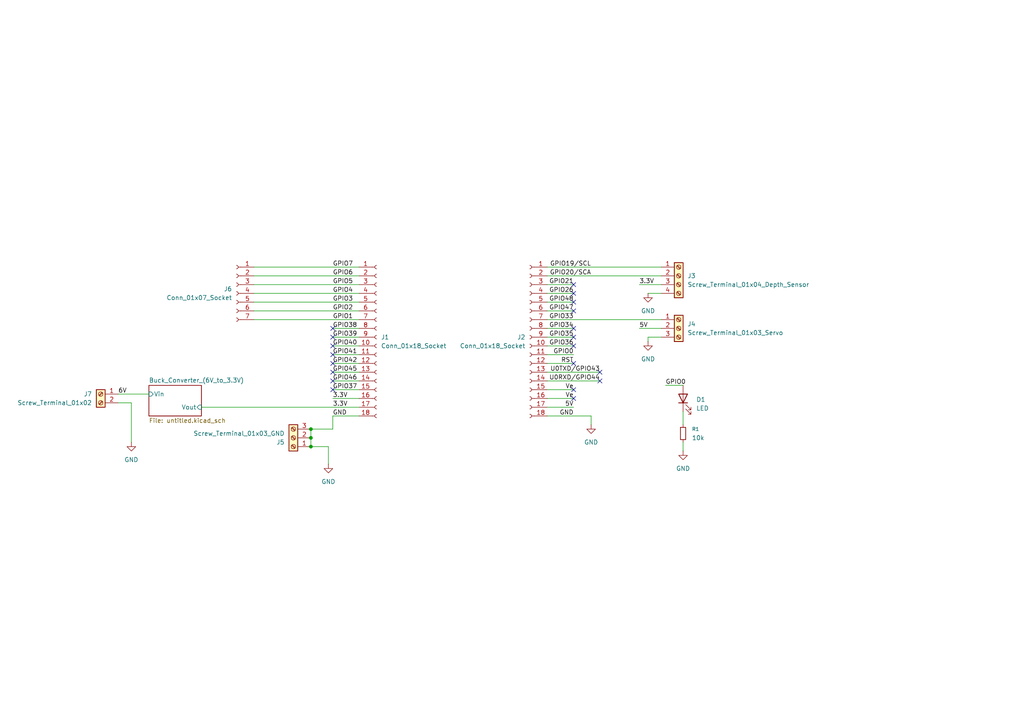
<source format=kicad_sch>
(kicad_sch (version 20250114) (generator "eeschema") (generator_version "9.0")
  (paper "A4")
  (title_block (title "Float_carrier_2025-2026") (date "2025-11-15") (rev "v01") (company "Murex") (comment 4 "Author: Kevin Chen"))
  (lib_symbols
    (symbol "Connector:Conn_01x07_Socket" (pin_names (offset 1.016) (hide yes))
      (property "Reference" "J" (at 0 10.16 0))
      (property "Value" "Conn_01x07_Socket" (at 0 -10.16 0))
      (symbol "Conn_01x07_Socket_1_1"
        (polyline (pts (xy -1.27 7.62) (xy -0.508 7.62)) (stroke (width 0.1524)))
        (polyline (pts (xy -1.27 5.08) (xy -0.508 5.08)) (stroke (width 0.1524)))
        (polyline (pts (xy -1.27 2.54) (xy -0.508 2.54)) (stroke (width 0.1524)))
        (polyline (pts (xy -1.27 0) (xy -0.508 0)) (stroke (width 0.1524)))
        (polyline (pts (xy -1.27 -2.54) (xy -0.508 -2.54)) (stroke (width 0.1524)))
        (polyline (pts (xy -1.27 -5.08) (xy -0.508 -5.08)) (stroke (width 0.1524)))
        (polyline (pts (xy -1.27 -7.62) (xy -0.508 -7.62)) (stroke (width 0.1524)))
        (arc (start 0 7.112) (mid -0.5058 7.62) (end 0 8.128) (stroke (width 0.1524)))
        (arc (start 0 4.572) (mid -0.5058 5.08) (end 0 5.588) (stroke (width 0.1524)))
        (arc (start 0 2.032) (mid -0.5058 2.54) (end 0 3.048) (stroke (width 0.1524)))
        (arc (start 0 -0.508) (mid -0.5058 0) (end 0 0.508) (stroke (width 0.1524)))
        (arc (start 0 -3.048) (mid -0.5058 -2.54) (end 0 -2.032) (stroke (width 0.1524)))
        (arc (start 0 -5.588) (mid -0.5058 -5.08) (end 0 -4.572) (stroke (width 0.1524)))
        (arc (start 0 -8.128) (mid -0.5058 -7.62) (end 0 -7.112) (stroke (width 0.1524)))
        (pin passive line (at -5.08 7.62 0) (length 3.81) (name "Pin_1") (number "1"))
        (pin passive line (at -5.08 5.08 0) (length 3.81) (name "Pin_2") (number "2"))
        (pin passive line (at -5.08 2.54 0) (length 3.81) (name "Pin_3") (number "3"))
        (pin passive line (at -5.08 0 0) (length 3.81) (name "Pin_4") (number "4"))
        (pin passive line (at -5.08 -2.54 0) (length 3.81) (name "Pin_5") (number "5"))
        (pin passive line (at -5.08 -5.08 0) (length 3.81) (name "Pin_6") (number "6"))
        (pin passive line (at -5.08 -7.62 0) (length 3.81) (name "Pin_7") (number "7"))
      )
    )
    (symbol "Connector:Conn_01x18_Socket" (pin_names (offset 1.016) (hide yes))
      (property "Reference" "J" (at 0 22.86 0))
      (property "Value" "Conn_01x18_Socket" (at 0 -25.4 0))
      (symbol "Conn_01x18_Socket_1_1"
        (polyline (pts (xy -1.27 20.32) (xy -0.508 20.32)) (stroke (width 0.1524)))
        (polyline (pts (xy -1.27 17.78) (xy -0.508 17.78)) (stroke (width 0.1524)))
        (polyline (pts (xy -1.27 15.24) (xy -0.508 15.24)) (stroke (width 0.1524)))
        (polyline (pts (xy -1.27 12.7) (xy -0.508 12.7)) (stroke (width 0.1524)))
        (polyline (pts (xy -1.27 10.16) (xy -0.508 10.16)) (stroke (width 0.1524)))
        (polyline (pts (xy -1.27 7.62) (xy -0.508 7.62)) (stroke (width 0.1524)))
        (polyline (pts (xy -1.27 5.08) (xy -0.508 5.08)) (stroke (width 0.1524)))
        (polyline (pts (xy -1.27 2.54) (xy -0.508 2.54)) (stroke (width 0.1524)))
        (polyline (pts (xy -1.27 0) (xy -0.508 0)) (stroke (width 0.1524)))
        (polyline (pts (xy -1.27 -2.54) (xy -0.508 -2.54)) (stroke (width 0.1524)))
        (polyline (pts (xy -1.27 -5.08) (xy -0.508 -5.08)) (stroke (width 0.1524)))
        (polyline (pts (xy -1.27 -7.62) (xy -0.508 -7.62)) (stroke (width 0.1524)))
        (polyline (pts (xy -1.27 -10.16) (xy -0.508 -10.16)) (stroke (width 0.1524)))
        (polyline (pts (xy -1.27 -12.7) (xy -0.508 -12.7)) (stroke (width 0.1524)))
        (polyline (pts (xy -1.27 -15.24) (xy -0.508 -15.24)) (stroke (width 0.1524)))
        (polyline (pts (xy -1.27 -17.78) (xy -0.508 -17.78)) (stroke (width 0.1524)))
        (polyline (pts (xy -1.27 -20.32) (xy -0.508 -20.32)) (stroke (width 0.1524)))
        (polyline (pts (xy -1.27 -22.86) (xy -0.508 -22.86)) (stroke (width 0.1524)))
        (arc (start 0 19.812) (mid -0.5058 20.32) (end 0 20.828) (stroke (width 0.1524)))
        (arc (start 0 17.272) (mid -0.5058 17.78) (end 0 18.288) (stroke (width 0.1524)))
        (arc (start 0 14.732) (mid -0.5058 15.24) (end 0 15.748) (stroke (width 0.1524)))
        (arc (start 0 12.192) (mid -0.5058 12.7) (end 0 13.208) (stroke (width 0.1524)))
        (arc (start 0 9.652) (mid -0.5058 10.16) (end 0 10.668) (stroke (width 0.1524)))
        (arc (start 0 7.112) (mid -0.5058 7.62) (end 0 8.128) (stroke (width 0.1524)))
        (arc (start 0 4.572) (mid -0.5058 5.08) (end 0 5.588) (stroke (width 0.1524)))
        (arc (start 0 2.032) (mid -0.5058 2.54) (end 0 3.048) (stroke (width 0.1524)))
        (arc (start 0 -0.508) (mid -0.5058 0) (end 0 0.508) (stroke (width 0.1524)))
        (arc (start 0 -3.048) (mid -0.5058 -2.54) (end 0 -2.032) (stroke (width 0.1524)))
        (arc (start 0 -5.588) (mid -0.5058 -5.08) (end 0 -4.572) (stroke (width 0.1524)))
        (arc (start 0 -8.128) (mid -0.5058 -7.62) (end 0 -7.112) (stroke (width 0.1524)))
        (arc (start 0 -10.668) (mid -0.5058 -10.16) (end 0 -9.652) (stroke (width 0.1524)))
        (arc (start 0 -13.208) (mid -0.5058 -12.7) (end 0 -12.192) (stroke (width 0.1524)))
        (arc (start 0 -15.748) (mid -0.5058 -15.24) (end 0 -14.732) (stroke (width 0.1524)))
        (arc (start 0 -18.288) (mid -0.5058 -17.78) (end 0 -17.272) (stroke (width 0.1524)))
        (arc (start 0 -20.828) (mid -0.5058 -20.32) (end 0 -19.812) (stroke (width 0.1524)))
        (arc (start 0 -23.368) (mid -0.5058 -22.86) (end 0 -22.352) (stroke (width 0.1524)))
        (pin passive line (at -5.08 20.32 0) (length 3.81) (name "Pin_1") (number "1"))
        (pin passive line (at -5.08 17.78 0) (length 3.81) (name "Pin_2") (number "2"))
        (pin passive line (at -5.08 15.24 0) (length 3.81) (name "Pin_3") (number "3"))
        (pin passive line (at -5.08 12.7 0) (length 3.81) (name "Pin_4") (number "4"))
        (pin passive line (at -5.08 10.16 0) (length 3.81) (name "Pin_5") (number "5"))
        (pin passive line (at -5.08 7.62 0) (length 3.81) (name "Pin_6") (number "6"))
        (pin passive line (at -5.08 5.08 0) (length 3.81) (name "Pin_7") (number "7"))
        (pin passive line (at -5.08 2.54 0) (length 3.81) (name "Pin_8") (number "8"))
        (pin passive line (at -5.08 0 0) (length 3.81) (name "Pin_9") (number "9"))
        (pin passive line (at -5.08 -2.54 0) (length 3.81) (name "Pin_10") (number "10"))
        (pin passive line (at -5.08 -5.08 0) (length 3.81) (name "Pin_11") (number "11"))
        (pin passive line (at -5.08 -7.62 0) (length 3.81) (name "Pin_12") (number "12"))
        (pin passive line (at -5.08 -10.16 0) (length 3.81) (name "Pin_13") (number "13"))
        (pin passive line (at -5.08 -12.7 0) (length 3.81) (name "Pin_14") (number "14"))
        (pin passive line (at -5.08 -15.24 0) (length 3.81) (name "Pin_15") (number "15"))
        (pin passive line (at -5.08 -17.78 0) (length 3.81) (name "Pin_16") (number "16"))
        (pin passive line (at -5.08 -20.32 0) (length 3.81) (name "Pin_17") (number "17"))
        (pin passive line (at -5.08 -22.86 0) (length 3.81) (name "Pin_18") (number "18"))
      )
    )
    (symbol "Connector:Screw_Terminal_01x02" (pin_names (offset 1.016) (hide yes))
      (property "Reference" "J" (at 0 2.54 0))
      (property "Value" "Screw_Terminal_01x02" (at 0 -5.08 0))
      (symbol "Screw_Terminal_01x02_1_1"
        (rectangle (start -1.27 1.27) (end 1.27 -3.81) (stroke (width 0.254)) (fill (type background)))
        (polyline (pts (xy -0.5334 0.3302) (xy 0.3302 -0.508)) (stroke (width 0.1524)))
        (polyline (pts (xy -0.5334 -2.2098) (xy 0.3302 -3.048)) (stroke (width 0.1524)))
        (polyline (pts (xy -0.3556 0.508) (xy 0.508 -0.3302)) (stroke (width 0.1524)))
        (polyline (pts (xy -0.3556 -2.032) (xy 0.508 -2.8702)) (stroke (width 0.1524)))
        (circle (center 0 0) (radius 0.635) (stroke (width 0.1524)))
        (circle (center 0 -2.54) (radius 0.635) (stroke (width 0.1524)))
        (pin passive line (at -5.08 0 0) (length 3.81) (name "Pin_1") (number "1"))
        (pin passive line (at -5.08 -2.54 0) (length 3.81) (name "Pin_2") (number "2"))
      )
    )
    (symbol "Connector:Screw_Terminal_01x03" (pin_names (offset 1.016) (hide yes))
      (property "Reference" "J" (at 0 5.08 0))
      (property "Value" "Screw_Terminal_01x03" (at 0 -5.08 0))
      (symbol "Screw_Terminal_01x03_1_1"
        (rectangle (start -1.27 3.81) (end 1.27 -3.81) (stroke (width 0.254)) (fill (type background)))
        (polyline (pts (xy -0.5334 2.8702) (xy 0.3302 2.032)) (stroke (width 0.1524)))
        (polyline (pts (xy -0.5334 0.3302) (xy 0.3302 -0.508)) (stroke (width 0.1524)))
        (polyline (pts (xy -0.5334 -2.2098) (xy 0.3302 -3.048)) (stroke (width 0.1524)))
        (polyline (pts (xy -0.3556 3.048) (xy 0.508 2.2098)) (stroke (width 0.1524)))
        (polyline (pts (xy -0.3556 0.508) (xy 0.508 -0.3302)) (stroke (width 0.1524)))
        (polyline (pts (xy -0.3556 -2.032) (xy 0.508 -2.8702)) (stroke (width 0.1524)))
        (circle (center 0 2.54) (radius 0.635) (stroke (width 0.1524)))
        (circle (center 0 0) (radius 0.635) (stroke (width 0.1524)))
        (circle (center 0 -2.54) (radius 0.635) (stroke (width 0.1524)))
        (pin passive line (at -5.08 2.54 0) (length 3.81) (name "Pin_1") (number "1"))
        (pin passive line (at -5.08 0 0) (length 3.81) (name "Pin_2") (number "2"))
        (pin passive line (at -5.08 -2.54 0) (length 3.81) (name "Pin_3") (number "3"))
      )
    )
    (symbol "Connector:Screw_Terminal_01x04" (pin_names (offset 1.016) (hide yes))
      (property "Reference" "J" (at 0 5.08 0))
      (property "Value" "Screw_Terminal_01x04" (at 0 -7.62 0))
      (symbol "Screw_Terminal_01x04_1_1"
        (rectangle (start -1.27 3.81) (end 1.27 -6.35) (stroke (width 0.254)) (fill (type background)))
        (polyline (pts (xy -0.5334 2.8702) (xy 0.3302 2.032)) (stroke (width 0.1524)))
        (polyline (pts (xy -0.5334 0.3302) (xy 0.3302 -0.508)) (stroke (width 0.1524)))
        (polyline (pts (xy -0.5334 -2.2098) (xy 0.3302 -3.048)) (stroke (width 0.1524)))
        (polyline (pts (xy -0.5334 -4.7498) (xy 0.3302 -5.588)) (stroke (width 0.1524)))
        (polyline (pts (xy -0.3556 3.048) (xy 0.508 2.2098)) (stroke (width 0.1524)))
        (polyline (pts (xy -0.3556 0.508) (xy 0.508 -0.3302)) (stroke (width 0.1524)))
        (polyline (pts (xy -0.3556 -2.032) (xy 0.508 -2.8702)) (stroke (width 0.1524)))
        (polyline (pts (xy -0.3556 -4.572) (xy 0.508 -5.4102)) (stroke (width 0.1524)))
        (circle (center 0 2.54) (radius 0.635) (stroke (width 0.1524)))
        (circle (center 0 0) (radius 0.635) (stroke (width 0.1524)))
        (circle (center 0 -2.54) (radius 0.635) (stroke (width 0.1524)))
        (circle (center 0 -5.08) (radius 0.635) (stroke (width 0.1524)))
        (pin passive line (at -5.08 2.54 0) (length 3.81) (name "Pin_1") (number "1"))
        (pin passive line (at -5.08 0 0) (length 3.81) (name "Pin_2") (number "2"))
        (pin passive line (at -5.08 -2.54 0) (length 3.81) (name "Pin_3") (number "3"))
        (pin passive line (at -5.08 -5.08 0) (length 3.81) (name "Pin_4") (number "4"))
      )
    )
    (symbol "Device:LED" (pin_numbers (hide yes)) (pin_names (offset 1.016) (hide yes))
      (property "Reference" "D" (at 0 2.54 0))
      (property "Value" "LED" (at 0 -2.54 0))
      (symbol "LED_0_1"
        (polyline (pts (xy -3.048 -0.762) (xy -4.572 -2.286) (xy -3.81 -2.286) (xy -4.572 -2.286) (xy -4.572 -1.524)))
        (polyline (pts (xy -1.778 -0.762) (xy -3.302 -2.286) (xy -2.54 -2.286) (xy -3.302 -2.286) (xy -3.302 -1.524)))
        (polyline (pts (xy -1.27 0) (xy 1.27 0)))
        (polyline (pts (xy -1.27 -1.27) (xy -1.27 1.27)) (stroke (width 0.254)))
        (polyline (pts (xy 1.27 -1.27) (xy 1.27 1.27) (xy -1.27 0) (xy 1.27 -1.27)) (stroke (width 0.254)))
      )
      (symbol "LED_1_1"
        (pin passive line (at -3.81 0 0) (length 2.54) (name "K") (number "1"))
        (pin passive line (at 3.81 0 180) (length 2.54) (name "A") (number "2"))
      )
    )
    (symbol "Device:R_Small" (pin_numbers (hide yes)) (pin_names (offset 0.254) (hide yes))
      (property "Reference" "R" (at 0 0 90))
      (property "Value" "R_Small" (at 1.778 0 90))
      (symbol "R_Small_0_1"
        (rectangle (start -0.762 1.778) (end 0.762 -1.778) (stroke (width 0.2032)))
      )
      (symbol "R_Small_1_1"
        (pin passive line (at 0 2.54 270) (length 0.762) (name "~") (number "1"))
        (pin passive line (at 0 -2.54 90) (length 0.762) (name "~") (number "2"))
      )
    )
    (symbol "power:GND" (power) (pin_numbers (hide yes)) (pin_names (offset 0) (hide yes))
      (property "Value" "GND" (at 0 -3.81 0))
      (symbol "GND_0_1"
        (polyline (pts (xy 0 0) (xy 0 -1.27) (xy 1.27 -1.27) (xy 0 -2.54) (xy -1.27 -1.27) (xy 0 -1.27)))
      )
      (symbol "GND_1_1"
        (pin power_in line (at 0 0 270) (length 0) (name "~") (number "1"))
      )
    )
  )
  (junction (at 90.17 129.54))
  (junction (at 90.17 127))
  (junction (at 90.17 124.46))
  (no_connect (at 166.37 90.17))
  (no_connect (at 96.52 102.87))
  (no_connect (at 166.37 113.03))
  (no_connect (at 173.99 110.49))
  (no_connect (at 166.37 100.33))
  (no_connect (at 166.37 95.25))
  (no_connect (at 173.99 107.95))
  (no_connect (at 166.37 82.55))
  (no_connect (at 166.37 87.63))
  (no_connect (at 96.52 100.33))
  (no_connect (at 166.37 105.41))
  (no_connect (at 96.52 105.41))
  (no_connect (at 96.52 97.79))
  (no_connect (at 166.37 85.09))
  (no_connect (at 96.52 95.25))
  (no_connect (at 166.37 115.57))
  (no_connect (at 96.52 113.03))
  (no_connect (at 166.37 97.79))
  (no_connect (at 96.52 110.49))
  (no_connect (at 96.52 107.95))
  (wire (pts (xy 96.52 115.57) (xy 104.14 115.57)))
  (wire (pts (xy 158.75 85.09) (xy 166.37 85.09)))
  (wire (pts (xy 158.75 87.63) (xy 166.37 87.63)))
  (wire (pts (xy 38.1 116.84) (xy 38.1 128.27)))
  (wire (pts (xy 198.12 128.27) (xy 198.12 130.81)))
  (wire (pts (xy 96.52 105.41) (xy 104.14 105.41)))
  (wire (pts (xy 73.66 82.55) (xy 104.14 82.55)))
  (wire (pts (xy 158.75 80.01) (xy 191.77 80.01)))
  (wire (pts (xy 96.52 100.33) (xy 104.14 100.33)))
  (wire (pts (xy 95.25 129.54) (xy 95.25 134.62)))
  (wire (pts (xy 193.04 111.76) (xy 198.12 111.76)))
  (wire (pts (xy 185.42 82.55) (xy 191.77 82.55)))
  (wire (pts (xy 73.66 77.47) (xy 104.14 77.47)))
  (wire (pts (xy 158.75 82.55) (xy 166.37 82.55)))
  (wire (pts (xy 158.75 92.71) (xy 191.77 92.71)))
  (wire (pts (xy 90.17 127) (xy 90.17 129.54)))
  (wire (pts (xy 158.75 95.25) (xy 166.37 95.25)))
  (wire (pts (xy 158.75 113.03) (xy 166.37 113.03)))
  (wire (pts (xy 96.52 102.87) (xy 104.14 102.87)))
  (wire (pts (xy 73.66 80.01) (xy 104.14 80.01)))
  (wire (pts (xy 187.96 99.06) (xy 187.96 97.79)))
  (wire (pts (xy 158.75 110.49) (xy 173.99 110.49)))
  (wire (pts (xy 73.66 85.09) (xy 104.14 85.09)))
  (wire (pts (xy 158.75 105.41) (xy 166.37 105.41)))
  (wire (pts (xy 187.96 85.09) (xy 191.77 85.09)))
  (wire (pts (xy 90.17 124.46) (xy 90.17 127)))
  (wire (pts (xy 34.29 116.84) (xy 38.1 116.84)))
  (wire (pts (xy 96.52 120.65) (xy 104.14 120.65)))
  (wire (pts (xy 171.45 120.65) (xy 171.45 123.19)))
  (wire (pts (xy 187.96 97.79) (xy 191.77 97.79)))
  (wire (pts (xy 96.52 120.65) (xy 96.52 124.46)))
  (wire (pts (xy 158.75 100.33) (xy 166.37 100.33)))
  (wire (pts (xy 96.52 110.49) (xy 104.14 110.49)))
  (wire (pts (xy 198.12 119.38) (xy 198.12 123.19)))
  (wire (pts (xy 158.75 90.17) (xy 166.37 90.17)))
  (wire (pts (xy 73.66 87.63) (xy 104.14 87.63)))
  (wire (pts (xy 73.66 90.17) (xy 104.14 90.17)))
  (wire (pts (xy 158.75 120.65) (xy 171.45 120.65)))
  (wire (pts (xy 158.75 115.57) (xy 166.37 115.57)))
  (wire (pts (xy 96.52 107.95) (xy 104.14 107.95)))
  (wire (pts (xy 34.29 114.3) (xy 43.18 114.3)))
  (wire (pts (xy 158.75 97.79) (xy 166.37 97.79)))
  (wire (pts (xy 90.17 129.54) (xy 95.25 129.54)))
  (wire (pts (xy 96.52 124.46) (xy 90.17 124.46)))
  (wire (pts (xy 158.75 77.47) (xy 191.77 77.47)))
  (wire (pts (xy 96.52 97.79) (xy 104.14 97.79)))
  (wire (pts (xy 158.75 118.11) (xy 166.37 118.11)))
  (wire (pts (xy 96.52 95.25) (xy 104.14 95.25)))
  (wire (pts (xy 58.42 118.11) (xy 104.14 118.11)))
  (wire (pts (xy 185.42 95.25) (xy 191.77 95.25)))
  (wire (pts (xy 73.66 92.71) (xy 104.14 92.71)))
  (wire (pts (xy 158.75 102.87) (xy 166.37 102.87)))
  (wire (pts (xy 96.52 113.03) (xy 104.14 113.03)))
  (wire (pts (xy 158.75 107.95) (xy 173.99 107.95)))
  (label "GPIO20{slash}SCA" (at 171.45 80.01 180))
  (label "GPIO1" (at 96.52 92.71 0))
  (label "GPIO46" (at 96.52 110.49 0))
  (label "GPIO6" (at 96.52 80.01 0))
  (label "GPIO41" (at 96.52 102.87 0))
  (label "GPIO7" (at 96.52 77.47 0))
  (label "GPIO45" (at 96.52 107.95 0))
  (label "GPIO40" (at 96.52 100.33 0))
  (label "5V" (at 185.42 95.25 0))
  (label "GPIO26" (at 166.37 85.09 180))
  (label "5V" (at 166.37 118.11 180))
  (label "GPIO21" (at 166.37 82.55 180))
  (label "GND" (at 96.52 120.65 0))
  (label "U0RXD{slash}GPIO44" (at 173.99 110.49 180))
  (label "GPIO38" (at 96.52 95.25 0))
  (label "GPIO37" (at 96.52 113.03 0))
  (label "3.3V" (at 96.52 115.57 0))
  (label "6V" (at 34.29 114.3 0))
  (label "GPIO19{slash}SCL" (at 171.45 77.47 180))
  (label "GPIO48" (at 166.37 87.63 180))
  (label "GPIO35" (at 166.37 97.79 180))
  (label "GPIO0" (at 166.37 102.87 180))
  (label "GPIO34" (at 166.37 95.25 180))
  (label "GPIO5" (at 96.52 82.55 0))
  (label "GPIO36" (at 166.37 100.33 180))
  (label "GPIO3" (at 96.52 87.63 0))
  (label "GPIO42" (at 96.52 105.41 0))
  (label "GPIO33" (at 166.37 92.71 180))
  (label "GPIO39" (at 96.52 97.79 0))
  (label "RST" (at 166.37 105.41 180))
  (label "GND" (at 166.37 120.65 180))
  (label "3.3V" (at 96.52 118.11 0))
  (label "Ve" (at 166.37 113.03 180))
  (label "GPIO0" (at 193.04 111.76 0))
  (label "3.3V" (at 185.42 82.55 0))
  (label "GPIO4" (at 96.52 85.09 0))
  (label "Ve" (at 166.37 115.57 180))
  (label "U0TXD{slash}GPIO43" (at 173.99 107.95 180))
  (label "GPIO2" (at 96.52 90.17 0))
  (label "GPIO47" (at 166.37 90.17 180))
  (symbol (lib_id "Connector:Conn_01x18_Socket") (at 109.22 97.79 0) (unit 1)
    (property "Reference" "J1" (at 110.49 97.7899 0) (effects (justify left)))
    (property "Value" "Conn_01x18_Socket" (at 110.49 100.3299 0) (effects (justify left)))
    (property "Footprint" "Connector_PinSocket_2.54mm:PinSocket_1x18_P2.54mm_Vertical_SMD_Pin1Left" (effects (hide yes)))
    (property "Description" "Generic connector, single row, 01x18, script generated" (effects (hide yes)))
  )
  (symbol (lib_id "power:GND") (at 187.96 85.09 0) (unit 1)
    (property "Reference" "#PWR09" (effects (hide yes)))
    (property "Value" "GND" (at 187.96 90.17 0))
    (property "Description" "Power symbol creates a global label with name \"GND\" , ground" (effects (hide yes)))
  )
  (symbol (lib_id "power:GND") (at 38.1 128.27 0) (unit 1)
    (property "Reference" "#PWR02" (effects (hide yes)))
    (property "Value" "GND" (at 38.1 133.35 0))
    (property "Description" "Power symbol creates a global label with name \"GND\" , ground" (effects (hide yes)))
  )
  (symbol (lib_id "Connector:Screw_Terminal_01x02") (at 29.21 114.3 0) (mirror y) (unit 1)
    (property "Reference" "J7" (at 26.67 114.2999 0) (effects (justify left)))
    (property "Value" "Screw_Terminal_01x02" (at 26.67 116.8399 0) (effects (justify left)))
    (property "Footprint" "TerminalBlock:TerminalBlock_Xinya_XY308-2.54-2P_1x02_P2.54mm_Horizontal" (effects (hide yes)))
    (property "Description" "Generic screw terminal, single row, 01x02, script generated (kicad-library-utils/schlib/autogen/connector/)" (effects (hide yes)))
  )
  (symbol (lib_id "Connector:Conn_01x18_Socket") (at 153.67 97.79 0) (mirror y) (unit 1)
    (property "Reference" "J2" (at 152.4 97.7899 0) (effects (justify left)))
    (property "Value" "Conn_01x18_Socket" (at 152.4 100.3299 0) (effects (justify left)))
    (property "Footprint" "Connector_PinSocket_2.54mm:PinSocket_1x18_P2.54mm_Vertical_SMD_Pin1Left" (effects (hide yes)))
    (property "Description" "Generic connector, single row, 01x18, script generated" (effects (hide yes)))
  )
  (symbol (lib_id "Connector:Conn_01x07_Socket") (at 68.58 85.09 0) (mirror y) (unit 1)
    (property "Reference" "J6" (at 67.31 83.8199 0) (effects (justify left)))
    (property "Value" "Conn_01x07_Socket" (at 67.31 86.3599 0) (effects (justify left)))
    (property "Footprint" "Connector_PinSocket_2.54mm:PinSocket_1x07_P2.54mm_Vertical_SMD_Pin1Left" (effects (hide yes)))
    (property "Description" "Generic connector, single row, 01x07, script generated" (effects (hide yes)))
  )
  (symbol (lib_id "Connector:Screw_Terminal_01x04") (at 196.85 80.01 0) (unit 1)
    (property "Reference" "J3" (at 199.39 80.0099 0) (effects (justify left)))
    (property "Value" "Screw_Terminal_01x04_Depth_Sensor" (at 199.39 82.5499 0) (effects (justify left)))
    (property "Footprint" "TerminalBlock:TerminalBlock_Xinya_XY308-2.54-4P_1x04_P2.54mm_Horizontal" (effects (hide yes)))
    (property "Description" "Generic screw terminal, single row, 01x04, script generated (kicad-library-utils/schlib/autogen/connector/)" (effects (hide yes)))
  )
  (symbol (lib_id "power:GND") (at 95.25 134.62 0) (unit 1)
    (property "Reference" "#PWR01" (effects (hide yes)))
    (property "Value" "GND" (at 95.25 139.7 0))
    (property "Description" "Power symbol creates a global label with name \"GND\" , ground" (effects (hide yes)))
  )
  (symbol (lib_id "Connector:Screw_Terminal_01x03") (at 85.09 127 180) (unit 1)
    (property "Reference" "J5" (at 82.55 128.2701 0) (effects (justify left)))
    (property "Value" "Screw_Terminal_01x03_GND" (at 82.55 125.7301 0) (effects (justify left)))
    (property "Footprint" "TerminalBlock:TerminalBlock_Xinya_XY308-2.54-3P_1x03_P2.54mm_Horizontal" (effects (hide yes)))
    (property "Description" "Generic screw terminal, single row, 01x03, script generated (kicad-library-utils/schlib/autogen/connector/)" (effects (hide yes)))
  )
  (symbol (lib_id "power:GND") (at 171.45 123.19 0) (unit 1)
    (property "Reference" "#PWR011" (effects (hide yes)))
    (property "Value" "GND" (at 171.45 128.27 0))
    (property "Description" "Power symbol creates a global label with name \"GND\" , ground" (effects (hide yes)))
  )
  (symbol (lib_id "Device:R_Small") (at 198.12 125.73 0) (unit 1)
    (property "Reference" "R1" (at 200.66 124.4599 0) (effects (font (size 1.016 1.016)) (justify left)))
    (property "Value" "10k" (at 200.66 126.9999 0) (effects (justify left)))
    (property "Footprint" "Resistor_SMD:R_0603_1608Metric" (effects (hide yes)))
    (property "Description" "Resistor, small symbol" (effects (hide yes)))
  )
  (symbol (lib_id "power:GND") (at 198.12 130.81 0) (unit 1)
    (property "Reference" "#PWR05" (effects (hide yes)))
    (property "Value" "GND" (at 198.12 135.89 0))
    (property "Description" "Power symbol creates a global label with name \"GND\" , ground" (effects (hide yes)))
  )
  (symbol (lib_id "Device:LED") (at 198.12 115.57 90) (unit 1)
    (property "Reference" "D1" (at 201.93 115.8874 90) (effects (justify right)))
    (property "Value" "LED" (at 201.93 118.4274 90) (effects (justify right)))
    (property "Footprint" "LED_SMD:LED_0603_1608Metric" (effects (hide yes)))
    (property "Description" "Light emitting diode" (effects (hide yes)))
    (property "Sim.Pins" "1=K 2=A" (effects (hide yes)))
  )
  (symbol (lib_id "power:GND") (at 187.96 99.06 0) (unit 1)
    (property "Reference" "#PWR010" (effects (hide yes)))
    (property "Value" "GND" (at 187.96 104.14 0))
    (property "Description" "Power symbol creates a global label with name \"GND\" , ground" (effects (hide yes)))
  )
  (symbol (lib_id "Connector:Screw_Terminal_01x03") (at 196.85 95.25 0) (unit 1)
    (property "Reference" "J4" (at 199.39 93.9799 0) (effects (justify left)))
    (property "Value" "Screw_Terminal_01x03_Servo" (at 199.39 96.5199 0) (effects (justify left)))
    (property "Footprint" "TerminalBlock:TerminalBlock_Xinya_XY308-2.54-3P_1x03_P2.54mm_Horizontal" (effects (hide yes)))
    (property "Description" "Generic screw terminal, single row, 01x03, script generated (kicad-library-utils/schlib/autogen/connector/)" (effects (hide yes)))
  )
  (sheet (at 43.18 111.76) (size 15.24 8.89) (stroke (width 0.1524))
    (property "Sheetname" "Buck_Converter_(6V_to_3.3V)" (at 43.18 111.0484 0) (effects (justify left bottom)))
    (property "Sheetfile" "untitled.kicad_sch" (at 43.18 121.2346 0) (effects (justify left top)))
    (pin "Vin" input (at 43.18 114.3 180))
    (pin "Vout" input (at 58.42 118.11 0))
  )
)
</source>
